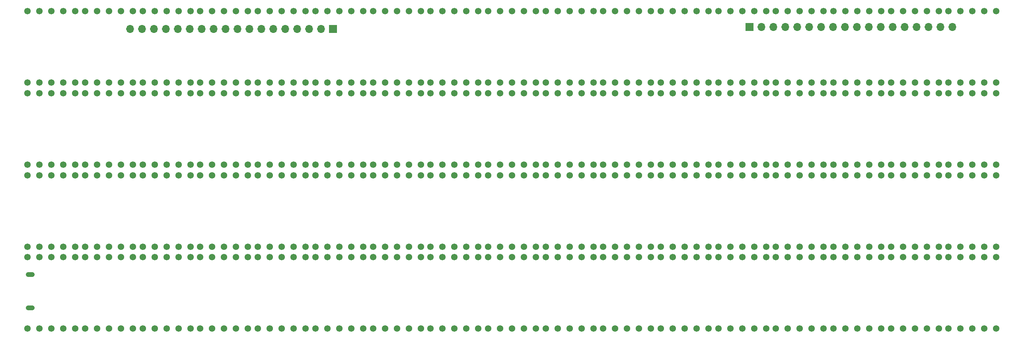
<source format=gbr>
%TF.GenerationSoftware,KiCad,Pcbnew,(5.1.10)-1*%
%TF.CreationDate,2022-03-07T16:55:32-05:00*%
%TF.ProjectId,ManySegmentDisplay,4d616e79-5365-4676-9d65-6e7444697370,rev?*%
%TF.SameCoordinates,Original*%
%TF.FileFunction,Soldermask,Top*%
%TF.FilePolarity,Negative*%
%FSLAX46Y46*%
G04 Gerber Fmt 4.6, Leading zero omitted, Abs format (unit mm)*
G04 Created by KiCad (PCBNEW (5.1.10)-1) date 2022-03-07 16:55:32*
%MOMM*%
%LPD*%
G01*
G04 APERTURE LIST*
%ADD10C,1.381000*%
%ADD11O,1.900000X1.050000*%
%ADD12O,1.700000X1.700000*%
%ADD13R,1.700000X1.700000*%
G04 APERTURE END LIST*
D10*
%TO.C,DS32*%
X152630000Y-70970000D03*
X155170000Y-70970000D03*
X157710000Y-70970000D03*
X160250000Y-70970000D03*
X162790000Y-70970000D03*
X162790000Y-86210000D03*
X160250000Y-86210000D03*
X157710000Y-86210000D03*
X155170000Y-86210000D03*
X152630000Y-86210000D03*
%TD*%
%TO.C,DS6*%
X66880000Y-105970000D03*
X69420000Y-105970000D03*
X71960000Y-105970000D03*
X74500000Y-105970000D03*
X77040000Y-105970000D03*
X77040000Y-121210000D03*
X74500000Y-121210000D03*
X71960000Y-121210000D03*
X69420000Y-121210000D03*
X66880000Y-121210000D03*
%TD*%
%TO.C,DS4*%
X66880000Y-70970000D03*
X69420000Y-70970000D03*
X71960000Y-70970000D03*
X74500000Y-70970000D03*
X77040000Y-70970000D03*
X77040000Y-86210000D03*
X74500000Y-86210000D03*
X71960000Y-86210000D03*
X69420000Y-86210000D03*
X66880000Y-86210000D03*
%TD*%
%TO.C,DS7*%
X66880000Y-123470000D03*
X69420000Y-123470000D03*
X71960000Y-123470000D03*
X74500000Y-123470000D03*
X77040000Y-123470000D03*
X77040000Y-138710000D03*
X74500000Y-138710000D03*
X71960000Y-138710000D03*
X69420000Y-138710000D03*
X66880000Y-138710000D03*
%TD*%
%TO.C,DS3*%
X54630000Y-123470000D03*
X57170000Y-123470000D03*
X59710000Y-123470000D03*
X62250000Y-123470000D03*
X64790000Y-123470000D03*
X64790000Y-138710000D03*
X62250000Y-138710000D03*
X59710000Y-138710000D03*
X57170000Y-138710000D03*
X54630000Y-138710000D03*
%TD*%
D11*
%TO.C,J3*%
X55180000Y-127135000D03*
X55180000Y-134285000D03*
%TD*%
D12*
%TO.C,J2*%
X76450000Y-74710000D03*
X78990000Y-74710000D03*
X81530000Y-74710000D03*
X84070000Y-74710000D03*
X86610000Y-74710000D03*
X89150000Y-74710000D03*
X91690000Y-74710000D03*
X94230000Y-74710000D03*
X96770000Y-74710000D03*
X99310000Y-74710000D03*
X101850000Y-74710000D03*
X104390000Y-74710000D03*
X106930000Y-74710000D03*
X109470000Y-74710000D03*
X112010000Y-74710000D03*
X114550000Y-74710000D03*
X117090000Y-74710000D03*
D13*
X119630000Y-74710000D03*
%TD*%
D12*
%TO.C,J1*%
X251460000Y-74360000D03*
X248920000Y-74360000D03*
X246380000Y-74360000D03*
X243840000Y-74360000D03*
X241300000Y-74360000D03*
X238760000Y-74360000D03*
X236220000Y-74360000D03*
X233680000Y-74360000D03*
X231140000Y-74360000D03*
X228600000Y-74360000D03*
X226060000Y-74360000D03*
X223520000Y-74360000D03*
X220980000Y-74360000D03*
X218440000Y-74360000D03*
X215900000Y-74360000D03*
X213360000Y-74360000D03*
X210820000Y-74360000D03*
D13*
X208280000Y-74360000D03*
%TD*%
D10*
%TO.C,DS67*%
X250630000Y-123470000D03*
X253170000Y-123470000D03*
X255710000Y-123470000D03*
X258250000Y-123470000D03*
X260790000Y-123470000D03*
X260790000Y-138710000D03*
X258250000Y-138710000D03*
X255710000Y-138710000D03*
X253170000Y-138710000D03*
X250630000Y-138710000D03*
%TD*%
%TO.C,DS66*%
X250630000Y-105970000D03*
X253170000Y-105970000D03*
X255710000Y-105970000D03*
X258250000Y-105970000D03*
X260790000Y-105970000D03*
X260790000Y-121210000D03*
X258250000Y-121210000D03*
X255710000Y-121210000D03*
X253170000Y-121210000D03*
X250630000Y-121210000D03*
%TD*%
%TO.C,DS65*%
X250630000Y-88470000D03*
X253170000Y-88470000D03*
X255710000Y-88470000D03*
X258250000Y-88470000D03*
X260790000Y-88470000D03*
X260790000Y-103710000D03*
X258250000Y-103710000D03*
X255710000Y-103710000D03*
X253170000Y-103710000D03*
X250630000Y-103710000D03*
%TD*%
%TO.C,DS64*%
X250630000Y-70970000D03*
X253170000Y-70970000D03*
X255710000Y-70970000D03*
X258250000Y-70970000D03*
X260790000Y-70970000D03*
X260790000Y-86210000D03*
X258250000Y-86210000D03*
X255710000Y-86210000D03*
X253170000Y-86210000D03*
X250630000Y-86210000D03*
%TD*%
%TO.C,DS63*%
X238380000Y-123470000D03*
X240920000Y-123470000D03*
X243460000Y-123470000D03*
X246000000Y-123470000D03*
X248540000Y-123470000D03*
X248540000Y-138710000D03*
X246000000Y-138710000D03*
X243460000Y-138710000D03*
X240920000Y-138710000D03*
X238380000Y-138710000D03*
%TD*%
%TO.C,DS62*%
X238380000Y-105970000D03*
X240920000Y-105970000D03*
X243460000Y-105970000D03*
X246000000Y-105970000D03*
X248540000Y-105970000D03*
X248540000Y-121210000D03*
X246000000Y-121210000D03*
X243460000Y-121210000D03*
X240920000Y-121210000D03*
X238380000Y-121210000D03*
%TD*%
%TO.C,DS61*%
X238380000Y-88470000D03*
X240920000Y-88470000D03*
X243460000Y-88470000D03*
X246000000Y-88470000D03*
X248540000Y-88470000D03*
X248540000Y-103710000D03*
X246000000Y-103710000D03*
X243460000Y-103710000D03*
X240920000Y-103710000D03*
X238380000Y-103710000D03*
%TD*%
%TO.C,DS60*%
X238380000Y-70970000D03*
X240920000Y-70970000D03*
X243460000Y-70970000D03*
X246000000Y-70970000D03*
X248540000Y-70970000D03*
X248540000Y-86210000D03*
X246000000Y-86210000D03*
X243460000Y-86210000D03*
X240920000Y-86210000D03*
X238380000Y-86210000D03*
%TD*%
%TO.C,DS59*%
X226130000Y-123470000D03*
X228670000Y-123470000D03*
X231210000Y-123470000D03*
X233750000Y-123470000D03*
X236290000Y-123470000D03*
X236290000Y-138710000D03*
X233750000Y-138710000D03*
X231210000Y-138710000D03*
X228670000Y-138710000D03*
X226130000Y-138710000D03*
%TD*%
%TO.C,DS58*%
X226130000Y-105970000D03*
X228670000Y-105970000D03*
X231210000Y-105970000D03*
X233750000Y-105970000D03*
X236290000Y-105970000D03*
X236290000Y-121210000D03*
X233750000Y-121210000D03*
X231210000Y-121210000D03*
X228670000Y-121210000D03*
X226130000Y-121210000D03*
%TD*%
%TO.C,DS57*%
X226130000Y-88470000D03*
X228670000Y-88470000D03*
X231210000Y-88470000D03*
X233750000Y-88470000D03*
X236290000Y-88470000D03*
X236290000Y-103710000D03*
X233750000Y-103710000D03*
X231210000Y-103710000D03*
X228670000Y-103710000D03*
X226130000Y-103710000D03*
%TD*%
%TO.C,DS56*%
X226130000Y-70970000D03*
X228670000Y-70970000D03*
X231210000Y-70970000D03*
X233750000Y-70970000D03*
X236290000Y-70970000D03*
X236290000Y-86210000D03*
X233750000Y-86210000D03*
X231210000Y-86210000D03*
X228670000Y-86210000D03*
X226130000Y-86210000D03*
%TD*%
%TO.C,DS55*%
X213880000Y-123470000D03*
X216420000Y-123470000D03*
X218960000Y-123470000D03*
X221500000Y-123470000D03*
X224040000Y-123470000D03*
X224040000Y-138710000D03*
X221500000Y-138710000D03*
X218960000Y-138710000D03*
X216420000Y-138710000D03*
X213880000Y-138710000D03*
%TD*%
%TO.C,DS54*%
X213880000Y-105970000D03*
X216420000Y-105970000D03*
X218960000Y-105970000D03*
X221500000Y-105970000D03*
X224040000Y-105970000D03*
X224040000Y-121210000D03*
X221500000Y-121210000D03*
X218960000Y-121210000D03*
X216420000Y-121210000D03*
X213880000Y-121210000D03*
%TD*%
%TO.C,DS53*%
X213880000Y-88470000D03*
X216420000Y-88470000D03*
X218960000Y-88470000D03*
X221500000Y-88470000D03*
X224040000Y-88470000D03*
X224040000Y-103710000D03*
X221500000Y-103710000D03*
X218960000Y-103710000D03*
X216420000Y-103710000D03*
X213880000Y-103710000D03*
%TD*%
%TO.C,DS52*%
X213880000Y-70970000D03*
X216420000Y-70970000D03*
X218960000Y-70970000D03*
X221500000Y-70970000D03*
X224040000Y-70970000D03*
X224040000Y-86210000D03*
X221500000Y-86210000D03*
X218960000Y-86210000D03*
X216420000Y-86210000D03*
X213880000Y-86210000D03*
%TD*%
%TO.C,DS51*%
X201630000Y-123470000D03*
X204170000Y-123470000D03*
X206710000Y-123470000D03*
X209250000Y-123470000D03*
X211790000Y-123470000D03*
X211790000Y-138710000D03*
X209250000Y-138710000D03*
X206710000Y-138710000D03*
X204170000Y-138710000D03*
X201630000Y-138710000D03*
%TD*%
%TO.C,DS50*%
X201630000Y-105970000D03*
X204170000Y-105970000D03*
X206710000Y-105970000D03*
X209250000Y-105970000D03*
X211790000Y-105970000D03*
X211790000Y-121210000D03*
X209250000Y-121210000D03*
X206710000Y-121210000D03*
X204170000Y-121210000D03*
X201630000Y-121210000D03*
%TD*%
%TO.C,DS49*%
X201630000Y-88470000D03*
X204170000Y-88470000D03*
X206710000Y-88470000D03*
X209250000Y-88470000D03*
X211790000Y-88470000D03*
X211790000Y-103710000D03*
X209250000Y-103710000D03*
X206710000Y-103710000D03*
X204170000Y-103710000D03*
X201630000Y-103710000D03*
%TD*%
%TO.C,DS48*%
X201630000Y-70970000D03*
X204170000Y-70970000D03*
X206710000Y-70970000D03*
X209250000Y-70970000D03*
X211790000Y-70970000D03*
X211790000Y-86210000D03*
X209250000Y-86210000D03*
X206710000Y-86210000D03*
X204170000Y-86210000D03*
X201630000Y-86210000D03*
%TD*%
%TO.C,DS47*%
X189380000Y-123470000D03*
X191920000Y-123470000D03*
X194460000Y-123470000D03*
X197000000Y-123470000D03*
X199540000Y-123470000D03*
X199540000Y-138710000D03*
X197000000Y-138710000D03*
X194460000Y-138710000D03*
X191920000Y-138710000D03*
X189380000Y-138710000D03*
%TD*%
%TO.C,DS46*%
X189380000Y-105970000D03*
X191920000Y-105970000D03*
X194460000Y-105970000D03*
X197000000Y-105970000D03*
X199540000Y-105970000D03*
X199540000Y-121210000D03*
X197000000Y-121210000D03*
X194460000Y-121210000D03*
X191920000Y-121210000D03*
X189380000Y-121210000D03*
%TD*%
%TO.C,DS45*%
X189380000Y-88470000D03*
X191920000Y-88470000D03*
X194460000Y-88470000D03*
X197000000Y-88470000D03*
X199540000Y-88470000D03*
X199540000Y-103710000D03*
X197000000Y-103710000D03*
X194460000Y-103710000D03*
X191920000Y-103710000D03*
X189380000Y-103710000D03*
%TD*%
%TO.C,DS44*%
X189380000Y-70970000D03*
X191920000Y-70970000D03*
X194460000Y-70970000D03*
X197000000Y-70970000D03*
X199540000Y-70970000D03*
X199540000Y-86210000D03*
X197000000Y-86210000D03*
X194460000Y-86210000D03*
X191920000Y-86210000D03*
X189380000Y-86210000D03*
%TD*%
%TO.C,DS43*%
X177130000Y-123470000D03*
X179670000Y-123470000D03*
X182210000Y-123470000D03*
X184750000Y-123470000D03*
X187290000Y-123470000D03*
X187290000Y-138710000D03*
X184750000Y-138710000D03*
X182210000Y-138710000D03*
X179670000Y-138710000D03*
X177130000Y-138710000D03*
%TD*%
%TO.C,DS42*%
X177130000Y-105970000D03*
X179670000Y-105970000D03*
X182210000Y-105970000D03*
X184750000Y-105970000D03*
X187290000Y-105970000D03*
X187290000Y-121210000D03*
X184750000Y-121210000D03*
X182210000Y-121210000D03*
X179670000Y-121210000D03*
X177130000Y-121210000D03*
%TD*%
%TO.C,DS41*%
X177130000Y-88470000D03*
X179670000Y-88470000D03*
X182210000Y-88470000D03*
X184750000Y-88470000D03*
X187290000Y-88470000D03*
X187290000Y-103710000D03*
X184750000Y-103710000D03*
X182210000Y-103710000D03*
X179670000Y-103710000D03*
X177130000Y-103710000D03*
%TD*%
%TO.C,DS40*%
X177130000Y-70970000D03*
X179670000Y-70970000D03*
X182210000Y-70970000D03*
X184750000Y-70970000D03*
X187290000Y-70970000D03*
X187290000Y-86210000D03*
X184750000Y-86210000D03*
X182210000Y-86210000D03*
X179670000Y-86210000D03*
X177130000Y-86210000D03*
%TD*%
%TO.C,DS39*%
X164880000Y-123470000D03*
X167420000Y-123470000D03*
X169960000Y-123470000D03*
X172500000Y-123470000D03*
X175040000Y-123470000D03*
X175040000Y-138710000D03*
X172500000Y-138710000D03*
X169960000Y-138710000D03*
X167420000Y-138710000D03*
X164880000Y-138710000D03*
%TD*%
%TO.C,DS38*%
X164880000Y-105970000D03*
X167420000Y-105970000D03*
X169960000Y-105970000D03*
X172500000Y-105970000D03*
X175040000Y-105970000D03*
X175040000Y-121210000D03*
X172500000Y-121210000D03*
X169960000Y-121210000D03*
X167420000Y-121210000D03*
X164880000Y-121210000D03*
%TD*%
%TO.C,DS37*%
X164880000Y-88470000D03*
X167420000Y-88470000D03*
X169960000Y-88470000D03*
X172500000Y-88470000D03*
X175040000Y-88470000D03*
X175040000Y-103710000D03*
X172500000Y-103710000D03*
X169960000Y-103710000D03*
X167420000Y-103710000D03*
X164880000Y-103710000D03*
%TD*%
%TO.C,DS36*%
X164880000Y-70970000D03*
X167420000Y-70970000D03*
X169960000Y-70970000D03*
X172500000Y-70970000D03*
X175040000Y-70970000D03*
X175040000Y-86210000D03*
X172500000Y-86210000D03*
X169960000Y-86210000D03*
X167420000Y-86210000D03*
X164880000Y-86210000D03*
%TD*%
%TO.C,DS35*%
X152630000Y-123470000D03*
X155170000Y-123470000D03*
X157710000Y-123470000D03*
X160250000Y-123470000D03*
X162790000Y-123470000D03*
X162790000Y-138710000D03*
X160250000Y-138710000D03*
X157710000Y-138710000D03*
X155170000Y-138710000D03*
X152630000Y-138710000D03*
%TD*%
%TO.C,DS34*%
X152630000Y-105970000D03*
X155170000Y-105970000D03*
X157710000Y-105970000D03*
X160250000Y-105970000D03*
X162790000Y-105970000D03*
X162790000Y-121210000D03*
X160250000Y-121210000D03*
X157710000Y-121210000D03*
X155170000Y-121210000D03*
X152630000Y-121210000D03*
%TD*%
%TO.C,DS33*%
X152630000Y-88470000D03*
X155170000Y-88470000D03*
X157710000Y-88470000D03*
X160250000Y-88470000D03*
X162790000Y-88470000D03*
X162790000Y-103710000D03*
X160250000Y-103710000D03*
X157710000Y-103710000D03*
X155170000Y-103710000D03*
X152630000Y-103710000D03*
%TD*%
%TO.C,DS31*%
X140380000Y-123470000D03*
X142920000Y-123470000D03*
X145460000Y-123470000D03*
X148000000Y-123470000D03*
X150540000Y-123470000D03*
X150540000Y-138710000D03*
X148000000Y-138710000D03*
X145460000Y-138710000D03*
X142920000Y-138710000D03*
X140380000Y-138710000D03*
%TD*%
%TO.C,DS30*%
X140380000Y-105970000D03*
X142920000Y-105970000D03*
X145460000Y-105970000D03*
X148000000Y-105970000D03*
X150540000Y-105970000D03*
X150540000Y-121210000D03*
X148000000Y-121210000D03*
X145460000Y-121210000D03*
X142920000Y-121210000D03*
X140380000Y-121210000D03*
%TD*%
%TO.C,DS29*%
X140380000Y-88470000D03*
X142920000Y-88470000D03*
X145460000Y-88470000D03*
X148000000Y-88470000D03*
X150540000Y-88470000D03*
X150540000Y-103710000D03*
X148000000Y-103710000D03*
X145460000Y-103710000D03*
X142920000Y-103710000D03*
X140380000Y-103710000D03*
%TD*%
%TO.C,DS28*%
X140380000Y-70970000D03*
X142920000Y-70970000D03*
X145460000Y-70970000D03*
X148000000Y-70970000D03*
X150540000Y-70970000D03*
X150540000Y-86210000D03*
X148000000Y-86210000D03*
X145460000Y-86210000D03*
X142920000Y-86210000D03*
X140380000Y-86210000D03*
%TD*%
%TO.C,DS27*%
X128130000Y-123470000D03*
X130670000Y-123470000D03*
X133210000Y-123470000D03*
X135750000Y-123470000D03*
X138290000Y-123470000D03*
X138290000Y-138710000D03*
X135750000Y-138710000D03*
X133210000Y-138710000D03*
X130670000Y-138710000D03*
X128130000Y-138710000D03*
%TD*%
%TO.C,DS26*%
X128130000Y-105970000D03*
X130670000Y-105970000D03*
X133210000Y-105970000D03*
X135750000Y-105970000D03*
X138290000Y-105970000D03*
X138290000Y-121210000D03*
X135750000Y-121210000D03*
X133210000Y-121210000D03*
X130670000Y-121210000D03*
X128130000Y-121210000D03*
%TD*%
%TO.C,DS25*%
X128130000Y-88470000D03*
X130670000Y-88470000D03*
X133210000Y-88470000D03*
X135750000Y-88470000D03*
X138290000Y-88470000D03*
X138290000Y-103710000D03*
X135750000Y-103710000D03*
X133210000Y-103710000D03*
X130670000Y-103710000D03*
X128130000Y-103710000D03*
%TD*%
%TO.C,DS24*%
X128130000Y-70970000D03*
X130670000Y-70970000D03*
X133210000Y-70970000D03*
X135750000Y-70970000D03*
X138290000Y-70970000D03*
X138290000Y-86210000D03*
X135750000Y-86210000D03*
X133210000Y-86210000D03*
X130670000Y-86210000D03*
X128130000Y-86210000D03*
%TD*%
%TO.C,DS23*%
X115880000Y-123470000D03*
X118420000Y-123470000D03*
X120960000Y-123470000D03*
X123500000Y-123470000D03*
X126040000Y-123470000D03*
X126040000Y-138710000D03*
X123500000Y-138710000D03*
X120960000Y-138710000D03*
X118420000Y-138710000D03*
X115880000Y-138710000D03*
%TD*%
%TO.C,DS22*%
X115880000Y-105970000D03*
X118420000Y-105970000D03*
X120960000Y-105970000D03*
X123500000Y-105970000D03*
X126040000Y-105970000D03*
X126040000Y-121210000D03*
X123500000Y-121210000D03*
X120960000Y-121210000D03*
X118420000Y-121210000D03*
X115880000Y-121210000D03*
%TD*%
%TO.C,DS21*%
X115880000Y-88470000D03*
X118420000Y-88470000D03*
X120960000Y-88470000D03*
X123500000Y-88470000D03*
X126040000Y-88470000D03*
X126040000Y-103710000D03*
X123500000Y-103710000D03*
X120960000Y-103710000D03*
X118420000Y-103710000D03*
X115880000Y-103710000D03*
%TD*%
%TO.C,DS20*%
X115880000Y-70970000D03*
X118420000Y-70970000D03*
X120960000Y-70970000D03*
X123500000Y-70970000D03*
X126040000Y-70970000D03*
X126040000Y-86210000D03*
X123500000Y-86210000D03*
X120960000Y-86210000D03*
X118420000Y-86210000D03*
X115880000Y-86210000D03*
%TD*%
%TO.C,DS19*%
X103630000Y-123470000D03*
X106170000Y-123470000D03*
X108710000Y-123470000D03*
X111250000Y-123470000D03*
X113790000Y-123470000D03*
X113790000Y-138710000D03*
X111250000Y-138710000D03*
X108710000Y-138710000D03*
X106170000Y-138710000D03*
X103630000Y-138710000D03*
%TD*%
%TO.C,DS18*%
X103630000Y-105970000D03*
X106170000Y-105970000D03*
X108710000Y-105970000D03*
X111250000Y-105970000D03*
X113790000Y-105970000D03*
X113790000Y-121210000D03*
X111250000Y-121210000D03*
X108710000Y-121210000D03*
X106170000Y-121210000D03*
X103630000Y-121210000D03*
%TD*%
%TO.C,DS17*%
X103630000Y-88470000D03*
X106170000Y-88470000D03*
X108710000Y-88470000D03*
X111250000Y-88470000D03*
X113790000Y-88470000D03*
X113790000Y-103710000D03*
X111250000Y-103710000D03*
X108710000Y-103710000D03*
X106170000Y-103710000D03*
X103630000Y-103710000D03*
%TD*%
%TO.C,DS16*%
X103630000Y-70970000D03*
X106170000Y-70970000D03*
X108710000Y-70970000D03*
X111250000Y-70970000D03*
X113790000Y-70970000D03*
X113790000Y-86210000D03*
X111250000Y-86210000D03*
X108710000Y-86210000D03*
X106170000Y-86210000D03*
X103630000Y-86210000D03*
%TD*%
%TO.C,DS15*%
X91380000Y-123470000D03*
X93920000Y-123470000D03*
X96460000Y-123470000D03*
X99000000Y-123470000D03*
X101540000Y-123470000D03*
X101540000Y-138710000D03*
X99000000Y-138710000D03*
X96460000Y-138710000D03*
X93920000Y-138710000D03*
X91380000Y-138710000D03*
%TD*%
%TO.C,DS14*%
X91380000Y-105970000D03*
X93920000Y-105970000D03*
X96460000Y-105970000D03*
X99000000Y-105970000D03*
X101540000Y-105970000D03*
X101540000Y-121210000D03*
X99000000Y-121210000D03*
X96460000Y-121210000D03*
X93920000Y-121210000D03*
X91380000Y-121210000D03*
%TD*%
%TO.C,DS13*%
X91380000Y-88470000D03*
X93920000Y-88470000D03*
X96460000Y-88470000D03*
X99000000Y-88470000D03*
X101540000Y-88470000D03*
X101540000Y-103710000D03*
X99000000Y-103710000D03*
X96460000Y-103710000D03*
X93920000Y-103710000D03*
X91380000Y-103710000D03*
%TD*%
%TO.C,DS12*%
X91380000Y-70970000D03*
X93920000Y-70970000D03*
X96460000Y-70970000D03*
X99000000Y-70970000D03*
X101540000Y-70970000D03*
X101540000Y-86210000D03*
X99000000Y-86210000D03*
X96460000Y-86210000D03*
X93920000Y-86210000D03*
X91380000Y-86210000D03*
%TD*%
%TO.C,DS11*%
X79130000Y-123470000D03*
X81670000Y-123470000D03*
X84210000Y-123470000D03*
X86750000Y-123470000D03*
X89290000Y-123470000D03*
X89290000Y-138710000D03*
X86750000Y-138710000D03*
X84210000Y-138710000D03*
X81670000Y-138710000D03*
X79130000Y-138710000D03*
%TD*%
%TO.C,DS10*%
X79130000Y-105970000D03*
X81670000Y-105970000D03*
X84210000Y-105970000D03*
X86750000Y-105970000D03*
X89290000Y-105970000D03*
X89290000Y-121210000D03*
X86750000Y-121210000D03*
X84210000Y-121210000D03*
X81670000Y-121210000D03*
X79130000Y-121210000D03*
%TD*%
%TO.C,DS9*%
X79130000Y-88470000D03*
X81670000Y-88470000D03*
X84210000Y-88470000D03*
X86750000Y-88470000D03*
X89290000Y-88470000D03*
X89290000Y-103710000D03*
X86750000Y-103710000D03*
X84210000Y-103710000D03*
X81670000Y-103710000D03*
X79130000Y-103710000D03*
%TD*%
%TO.C,DS8*%
X79130000Y-70970000D03*
X81670000Y-70970000D03*
X84210000Y-70970000D03*
X86750000Y-70970000D03*
X89290000Y-70970000D03*
X89290000Y-86210000D03*
X86750000Y-86210000D03*
X84210000Y-86210000D03*
X81670000Y-86210000D03*
X79130000Y-86210000D03*
%TD*%
%TO.C,DS5*%
X66880000Y-88470000D03*
X69420000Y-88470000D03*
X71960000Y-88470000D03*
X74500000Y-88470000D03*
X77040000Y-88470000D03*
X77040000Y-103710000D03*
X74500000Y-103710000D03*
X71960000Y-103710000D03*
X69420000Y-103710000D03*
X66880000Y-103710000D03*
%TD*%
%TO.C,DS2*%
X54630000Y-105970000D03*
X57170000Y-105970000D03*
X59710000Y-105970000D03*
X62250000Y-105970000D03*
X64790000Y-105970000D03*
X64790000Y-121210000D03*
X62250000Y-121210000D03*
X59710000Y-121210000D03*
X57170000Y-121210000D03*
X54630000Y-121210000D03*
%TD*%
%TO.C,DS1*%
X54630000Y-88470000D03*
X57170000Y-88470000D03*
X59710000Y-88470000D03*
X62250000Y-88470000D03*
X64790000Y-88470000D03*
X64790000Y-103710000D03*
X62250000Y-103710000D03*
X59710000Y-103710000D03*
X57170000Y-103710000D03*
X54630000Y-103710000D03*
%TD*%
%TO.C,DS0*%
X54630000Y-70970000D03*
X57170000Y-70970000D03*
X59710000Y-70970000D03*
X62250000Y-70970000D03*
X64790000Y-70970000D03*
X64790000Y-86210000D03*
X62250000Y-86210000D03*
X59710000Y-86210000D03*
X57170000Y-86210000D03*
X54630000Y-86210000D03*
%TD*%
M02*

</source>
